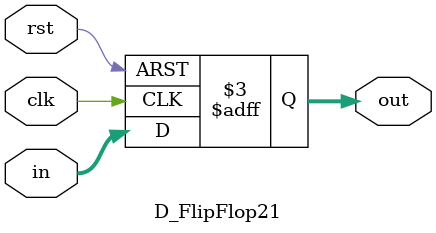
<source format=v>
module D_FlipFlop21(clk,rst,in,out);
input clk,rst;
input[20:0]in;
output reg [20:0]out;

always @(posedge clk or negedge rst)
if(!rst)
	out<=0;
else
	out<=in;
	
	
endmodule

</source>
